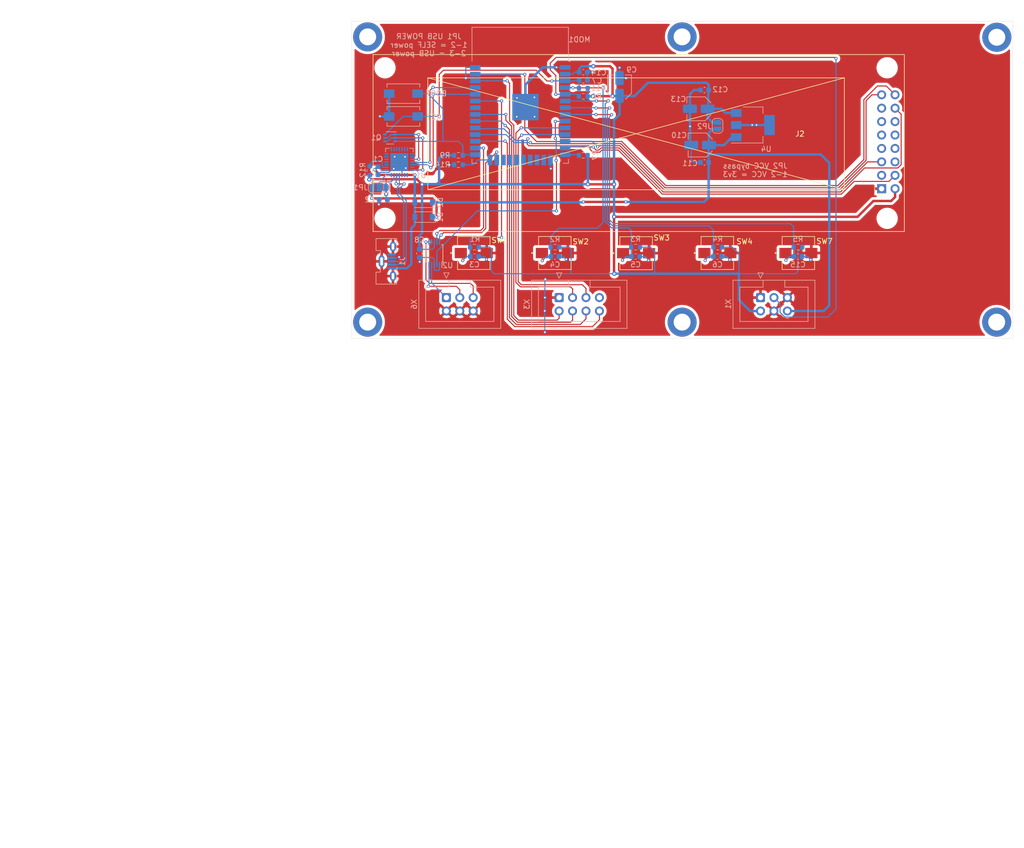
<source format=kicad_pcb>
(kicad_pcb (version 20211014) (generator pcbnew)

  (general
    (thickness 1.6)
  )

  (paper "A4")
  (layers
    (0 "F.Cu" signal)
    (31 "B.Cu" signal)
    (32 "B.Adhes" user "B.Adhesive")
    (33 "F.Adhes" user "F.Adhesive")
    (34 "B.Paste" user)
    (35 "F.Paste" user)
    (36 "B.SilkS" user "B.Silkscreen")
    (37 "F.SilkS" user "F.Silkscreen")
    (38 "B.Mask" user)
    (39 "F.Mask" user)
    (40 "Dwgs.User" user "User.Drawings")
    (41 "Cmts.User" user "User.Comments")
    (42 "Eco1.User" user "User.Eco1")
    (43 "Eco2.User" user "User.Eco2")
    (44 "Edge.Cuts" user)
    (45 "Margin" user)
    (46 "B.CrtYd" user "B.Courtyard")
    (47 "F.CrtYd" user "F.Courtyard")
    (48 "B.Fab" user)
    (49 "F.Fab" user)
  )

  (setup
    (stackup
      (layer "F.SilkS" (type "Top Silk Screen"))
      (layer "F.Paste" (type "Top Solder Paste"))
      (layer "F.Mask" (type "Top Solder Mask") (thickness 0.01))
      (layer "F.Cu" (type "copper") (thickness 0.035))
      (layer "dielectric 1" (type "core") (thickness 1.51) (material "FR4") (epsilon_r 4.5) (loss_tangent 0.02))
      (layer "B.Cu" (type "copper") (thickness 0.035))
      (layer "B.Mask" (type "Bottom Solder Mask") (thickness 0.01))
      (layer "B.Paste" (type "Bottom Solder Paste"))
      (layer "B.SilkS" (type "Bottom Silk Screen"))
      (copper_finish "None")
      (dielectric_constraints no)
    )
    (pad_to_mask_clearance 0)
    (grid_origin 151.892 61.3664)
    (pcbplotparams
      (layerselection 0x00010fc_ffffffff)
      (disableapertmacros false)
      (usegerberextensions false)
      (usegerberattributes true)
      (usegerberadvancedattributes true)
      (creategerberjobfile true)
      (svguseinch false)
      (svgprecision 6)
      (excludeedgelayer true)
      (plotframeref false)
      (viasonmask false)
      (mode 1)
      (useauxorigin false)
      (hpglpennumber 1)
      (hpglpenspeed 20)
      (hpglpendiameter 15.000000)
      (dxfpolygonmode true)
      (dxfimperialunits true)
      (dxfusepcbnewfont true)
      (psnegative false)
      (psa4output false)
      (plotreference true)
      (plotvalue true)
      (plotinvisibletext false)
      (sketchpadsonfab false)
      (subtractmaskfromsilk false)
      (outputformat 1)
      (mirror false)
      (drillshape 1)
      (scaleselection 1)
      (outputdirectory "")
    )
  )

  (net 0 "")
  (net 1 "VCC")
  (net 2 "GND")
  (net 3 "+3V3")
  (net 4 "/ESP_RST")
  (net 5 "/BTN_USR_1")
  (net 6 "/BTN_USR_2")
  (net 7 "/BTN_USR_3")
  (net 8 "/BTN_USR_4")
  (net 9 "/ERROR")
  (net 10 "unconnected-(U1-Pad1)")
  (net 11 "unconnected-(U1-Pad2)")
  (net 12 "unconnected-(U1-Pad10)")
  (net 13 "unconnected-(U1-Pad11)")
  (net 14 "unconnected-(U1-Pad12)")
  (net 15 "unconnected-(U1-Pad13)")
  (net 16 "unconnected-(U1-Pad14)")
  (net 17 "unconnected-(U1-Pad15)")
  (net 18 "unconnected-(U1-Pad16)")
  (net 19 "unconnected-(U1-Pad17)")
  (net 20 "unconnected-(U1-Pad18)")
  (net 21 "unconnected-(U1-Pad19)")
  (net 22 "unconnected-(U1-Pad20)")
  (net 23 "unconnected-(U1-Pad21)")
  (net 24 "/ESP_GPIO0")
  (net 25 "unconnected-(U1-Pad22)")
  (net 26 "unconnected-(U1-Pad23)")
  (net 27 "unconnected-(U1-Pad27)")
  (net 28 "/IN_ADC0")
  (net 29 "/I2C_SDA")
  (net 30 "/ESP_RX")
  (net 31 "/ESP_TX")
  (net 32 "/I2C_SCL")
  (net 33 "/IN_ADC1")
  (net 34 "/IN_ADC2")
  (net 35 "unconnected-(U2-Pad7)")
  (net 36 "/ADC_RDY")
  (net 37 "/BTN_USR_5")
  (net 38 "/uC04")
  (net 39 "/uC05")
  (net 40 "/uC03")
  (net 41 "/ESP_GPIO2")
  (net 42 "/uC06")
  (net 43 "/uC02")
  (net 44 "unconnected-(X3-Pad7)")
  (net 45 "VBUS")
  (net 46 "Net-(JP1-Pad2)")
  (net 47 "/DTR")
  (net 48 "/RTS")
  (net 49 "/USB_RST")
  (net 50 "/D-")
  (net 51 "/D+")
  (net 52 "+5V")
  (net 53 "unconnected-(J2-Pad3)")
  (net 54 "/OLED_MOSI")
  (net 55 "unconnected-(J2-Pad6)")
  (net 56 "unconnected-(J2-Pad7)")
  (net 57 "unconnected-(J2-Pad8)")
  (net 58 "unconnected-(J2-Pad9)")
  (net 59 "unconnected-(J2-Pad10)")
  (net 60 "unconnected-(J2-Pad11)")
  (net 61 "unconnected-(J2-Pad12)")
  (net 62 "unconnected-(J2-Pad13)")
  (net 63 "/OLED_DC")
  (net 64 "/OLED_RST")
  (net 65 "/OLED_CS")
  (net 66 "/ESP_GPIO12")
  (net 67 "/BUZZER")
  (net 68 "unconnected-(MOD1-Pad17)")
  (net 69 "unconnected-(MOD1-Pad18)")
  (net 70 "unconnected-(MOD1-Pad19)")
  (net 71 "unconnected-(MOD1-Pad20)")
  (net 72 "unconnected-(MOD1-Pad21)")
  (net 73 "unconnected-(MOD1-Pad22)")
  (net 74 "/OLED_SCK")
  (net 75 "/uC01")
  (net 76 "unconnected-(MOD1-Pad32)")

  (footprint "Button_Switch_SMD:SW_SPST_ALPS_SKPMAME010" (layer "F.Cu") (at 93.9546 109.8296))

  (footprint "MountingHole:MountingHole_3.2mm_M3_ISO14580_Pad" (layer "F.Cu") (at 58.547 68.9102))

  (footprint "MountingHole:MountingHole_3.2mm_M3_ISO14580_Pad" (layer "F.Cu") (at 177.5714 68.9864))

  (footprint "MountingHole:MountingHole_3.2mm_M3_ISO14580_Pad" (layer "F.Cu") (at 177.546 122.9106))

  (footprint "Button_Switch_SMD:SW_SPST_ALPS_SKPMAME010" (layer "F.Cu") (at 109.333893 109.855))

  (footprint "Button_Switch_SMD:SW_SPST_ALPS_SKPMAME010" (layer "F.Cu") (at 140.0302 109.8296))

  (footprint "Button_Switch_SMD:SW_SPST_ALPS_SKPMAME010" (layer "F.Cu") (at 124.700893 109.8296))

  (footprint "MountingHole:MountingHole_3.2mm_M3_ISO14580_Pad" (layer "F.Cu") (at 58.547 122.9106))

  (footprint "Button_Switch_SMD:SW_SPST_ALPS_SKPMAME010" (layer "F.Cu") (at 78.613 109.8296))

  (footprint "MountingHole:MountingHole_3.2mm_M3_ISO14580_Pad" (layer "F.Cu") (at 118.0338 122.9106))

  (footprint "MountingHole:MountingHole_3.2mm_M3_ISO14580_Pad" (layer "F.Cu") (at 118.0338 68.9102))

  (footprint "Display:OLED_SSD1322_NHD_256X64" (layer "F.Cu") (at 160.0708 72.263))

  (footprint "Capacitor_SMD:C_0603_1608Metric" (layer "B.Cu") (at 68.3514 109.8934 -90))

  (footprint "Capacitor_SMD:C_0603_1608Metric" (layer "B.Cu") (at 109.22 110.49 180))

  (footprint "Capacitor_SMD:C_0603_1608Metric" (layer "B.Cu") (at 60.5028 94.234 -90))

  (footprint "Resistor_SMD:R_0603_1608Metric" (layer "B.Cu") (at 99.3394 91.3384))

  (footprint "Diode_SMD:D_SOD-123" (layer "B.Cu") (at 69.1134 100.2284 180))

  (footprint "Connector_IDC:IDC-Header_2x04_P2.54mm_Vertical" (layer "B.Cu") (at 94.7674 118.2624 -90))

  (footprint "Capacitor_SMD:C_0603_1608Metric" (layer "B.Cu") (at 139.954 110.49 180))

  (footprint "Resistor_SMD:R_0603_1608Metric" (layer "B.Cu") (at 93.98 108.712 180))

  (footprint "Capacitor_SMD:C_0603_1608Metric" (layer "B.Cu") (at 124.714 110.49 180))

  (footprint "Package_SO:TSSOP-10_3x3mm_P0.5mm" (layer "B.Cu") (at 71.1454 109.8804 90))

  (footprint "Capacitor_SMD:C_Elec_4x5.4" (layer "B.Cu") (at 121.1834 82.5246 180))

  (footprint "Diode_SMD:D_SOD-123" (layer "B.Cu") (at 69.1134 103.0224 180))

  (footprint "Resistor_SMD:R_0603_1608Metric" (layer "B.Cu") (at 109.22 108.712 180))

  (footprint "Jumper:SolderJumper-2_P1.3mm_Open_RoundedPad1.0x1.5mm" (layer "B.Cu") (at 124.7394 85.7504 90))

  (footprint "Connector_IDC:IDC-Header_2x03_P2.54mm_Vertical" (layer "B.Cu") (at 132.8674 118.2624 -90))

  (footprint "Resistor_SMD:R_0603_1608Metric" (layer "B.Cu") (at 99.3394 78.6384))

  (footprint "Capacitor_SMD:C_0603_1608Metric" (layer "B.Cu") (at 99.3394 77.1144))

  (footprint "Capacitor_SMD:C_0603_1608Metric" (layer "B.Cu") (at 93.967 110.49 180))

  (footprint "Resistor_SMD:R_0603_1608Metric" (layer "B.Cu") (at 99.3394 80.1624 180))

  (footprint "Capacitor_SMD:C_Elec_4x5.4" (layer "B.Cu") (at 106.1974 78.3844 90))

  (footprint "Resistor_SMD:R_0603_1608Metric" (layer "B.Cu") (at 58.928 94.234 -90))

  (footprint "Connector_IDC:IDC-Header_2x03_P2.54mm_Vertical" (layer "B.Cu") (at 73.4314 118.2624 -90))

  (footprint "Resistor_SMD:R_0603_1608Metric" (layer "B.Cu") (at 139.954 108.712 180))

  (footprint "Package_DFN_QFN:QFN-28-1EP_5x5mm_P0.5mm_EP3.35x3.35mm" (layer "B.Cu") (at 64.5414 92.6084 90))

  (footprint "Resistor_SMD:R_0603_1608Metric" (layer "B.Cu") (at 78.74 108.712 180))

  (footprint "Capacitor_SMD:C_0603_1608Metric" (layer "B.Cu") (at 61.4934 99.7204 180))

  (footprint "Connector_USB:USB_Micro-B_Molex-105133-0031" (layer "B.Cu") (at 62.2554 111.4044 90))

  (footprint "Capacitor_SMD:C_0603_1608Metric" (layer "B.Cu") (at 122.2756 92.6846 180))

  (footprint "Button_Switch_SMD:SW_SPST_EVQPE1" (layer "B.Cu") (at 65.3034 79.6544 180))

  (footprint "Resistor_SMD:R_0603_1608Metric" (layer "B.Cu") (at 124.7648 108.712 180))

  (footprint "Jumper:SolderJumper-3_P1.3mm_Open_RoundedPad1.0x1.5mm" (layer "B.Cu") (at 60.7314 97.4344))

  (footprint "Package_TO_SOT_SMD:SOT-363_SC-70-6" (layer "B.Cu") (at 62.7634 88.0364 180))

  (footprint "Capacitor_SMD:C_0603_1608Metric" (layer "B.Cu") (at 99.3394 75.5904))

  (footprint "Button_Switch_SMD:SW_SPST_EVQPE1" (layer "B.Cu") (at 65.3034 83.9724 180))

  (footprint "Resistor_SMD:R_0603_1608Metric" (layer "B.Cu") (at 75.7174 93.1164))

  (footprint "Package_TO_SOT_SMD:SOT-223-3_TabPin2" (layer "B.Cu") (at 131.4196 85.598))

  (footprint "Resistor_SMD:R_0603_1608Metric" (layer "B.Cu") (at 75.7174 91.3384 180))

  (footprint "RF_Module:ESP32-WROOM-32" locked (layer "B.Cu")
    (tedit 5B5B4654) (tstamp e03f82b5-d29f-4a54-bd29-7ec329714377)
    (at 87.4014 82.9564 180)
    (descr "Single 2.4 GHz Wi-Fi and Bluetooth combo chip https://www.espressif.com/sites/default/files/documentation/esp32-wroom-32_datasheet_en.pdf")
    (tags "Single 2.4 GHz Wi-Fi and Bluetooth combo  chip")
    (property "Category" "RF/IF and RFID")
    (property "Description" "SMD MODULE, ESP32-D0WDQ6, 32MBIT")
    (property "Digi-Key_PN" "1904-1010-1-ND")
    (property "Family" "RF Transceiver Modules")
    (property "MPN" "ESP32-WROOM-32")
    (property "Manufacturer" "Espressif Systems")
    (property "Sheetfile" "MiliOhmMeter.kicad_sch")
    (property "Sheetname" "")
    (property "Status" "Active")
    (path "/00000000-0000-0000-0000-000060c7d848")
    (attr smd)
    (fp_text reference "MOD1" (at -11.2014 13.5382 180) (layer "B.SilkS")
      (effects (font (size 1 1) (thickness 0.15)) (justify mirror))
      (tstamp 6c738b90-c565-4419-b3f8-c71fa068a959)
    )
    (fp_text value "ESP32-WROOM-32" (at 0 -11.5) (layer "B.Fab")
      (effects (font (size 1 1) (thickness 0.15)) (justify mirror))
      (tstamp 28d92791-e03b-49b7-ab76-0b79e48b37f2)
    )
    (fp_text user "5 mm" (at -11.2 14.375) (layer "Cmts.User")
      (effects (font (size 0.5 0.5) (thickness 0.1)))
      (tstamp 05c22087-f0be-4bf7-8f3e-adf8b92618f3)
    )
    (fp_text user "5 mm" (at 11.8 14.375) (layer "Cmts.User")
      (effects (font (size 0.5 0.5) (thickness 0.1)))
      (tstamp 0921480b-e7e1-4782-984d-ad572d0bd06d)
    )
    (fp_text user "Antenna" (at 0 13) (layer "Cmts.User")
      (effects (font (size 1 1) (thickness 0.15)))
      (tstamp 56086fe7-0902-4658-b0a4-79735d2ffe07)
    )
    (fp_text user "5 mm" (at 7.8 19.075 90) (layer "Cmts.User")
      (effects (font (size 0.5 0.5) (thickness 0.1)))
      (tstamp 67d3073d-728e-4b1f-baea-18126e875c69)
    )
    (fp_text user "KEEP-OUT ZONE" (at 0 19) (layer "Cmts.User")
      (effects (font (size 1 1) (thickness 0.15)))
      (tstamp ce23cc72-5707-44ff-8a4f-1512c28ca602)
    )
    (fp_text user "${REFERENCE}" (at 0 0) (layer "B.Fab")
      (effects (font (size 1 1) (thickness 0.15)) (justify mirror))
      (tstamp 8d0a76cc-088b-43e1-8221-4386c21d6714)
    )
    (fp_line (start 9.12 15.865) (end 9.12 9.445) (layer "B.SilkS") (width 0.12) (tstamp 0f48ce51-54c7-452d-ac75-94d6544a8366))
    (fp_line (start -9.12 -9.88) (end -8.12 -9.88) (layer "B.SilkS") (width 0.12) (tstamp 3321feb0-e25c-48f1-b417-843cc0d0fc5d))
    (fp_line (start 9.12 -9.1) (end 9.12 -9.88) (layer "B.SilkS") (width 0.12) (tstamp 4da90392-9abe-4f25-8e93-b99f82b4cd11))
    (fp_line (start -9.12 9.445) (end -9.5 9.445) (layer "B.SilkS") (width 0.12) (tstamp 8fd2453d-9dcb-42d4-be0e-4e17cf094c8a))
    (fp_line (start -9.12 15.865) (end -9.12 9.445) (layer "B.SilkS") (width 0.12) (tstamp 9ccfc048-c173-4d7a-87df-a5bbf084e037))
    (fp_line (start -9.12 -9.1) (end -9.12 -9.88) (layer "B.SilkS") (width 0.12) (tstamp 9e10d7da-7e44-4b95-bd4e-24e1819e2ea4))
    (fp_line (start 9.12 -9.88) (end 8.12 -9.88) (layer "B.SilkS") (width 0.12) (tstamp cd55b841-2296-4335-a3ea-682be03a5e4c))
    (fp_line (start -9.12 15.865) (end 9.12 15.865) (layer "B.SilkS") (width 0.12) (tstamp f089a10f-ab92-4d91-a95d-8c34b6800ca6))
    (fp_line (start -2.525 20.75) (end -14 11.585) (layer "Dwgs.User") (width 0.1) (tstamp 008d03ef-d971-462c-bfb3-7aa302eab0fd))
    (fp_line (start 3.475 20.75) (end -10 9.97) (layer "Dwgs.User") (width 0.1) (tstamp 02a08a24-751b-4ad4-b6b1-621603af88cc))
    (fp_line (start 7.475 20.75) (end -6 9.97) (layer "Dwgs.User") (width 0.1) (tstamp 14c81335-0c58-4658-9c8b-2f95a43c42a1))
    (fp_line (start -4.525 20.75) (end -14 13.2) (layer "Dwgs.User") (width 0.1) (tstamp 1b2afd57-d1a0-4fee-a173-2bd4ec4407d2))
    (fp_line (start -14 9.97) (end -14 20.75) (layer "Dwgs.User") (width 0.1) (tstamp 209b39ed-1521-46f3-985b-6f682af8a636))
    (fp_line (start 14 14.815) (end 8 9.97) (layer "Dwgs.User") (width 0.1) (tstamp 23b01e04-7511-4c52-80ed-871675300ee9))
    (fp_line (start 14 16.43) (end 6 9.97) (layer "Dwgs.User") (width 0.1) (tstamp 2ff20828-bd59-4b9f-96ee-57d97ba845ab))
    (fp_line (start 11.475 20.75) (end -2 9.97) (layer "Dwgs.User") (width 0.1) (tstamp 35301f71-3327-4814-addd-6803f155857b))
    (fp_line (start -8 9.97) (end 5.475 20.75) (layer "Dwgs.User") (width 0.1) (tstamp 3becf58c-a2dc-4ce5-84ad-69a317032a70))
    (fp_line (start 13.475 20.75) (end 0 9.97) (layer "Dwgs.User") (width 0.1) (tstamp 4770ef60-21bb-4d72-93b1-855cef6e8fb9))
    (fp_line (start -8.525 20.75) (end -14 16.43) (layer "Dwgs.User") (width 0.1) (tstamp 48ffa39d-adda-4d9d-99bf-b54fa3fc4beb))
    (fp_line (start -6.525 20.75) (end -14 14.815) (layer "Dwgs.User") (width 0.1) (tstamp 63420c3c-6801-4759-a776-ff81ba2f37e9))
    (fp_line (start -0.525 20.75) (end -14 9.97) (layer "Dwgs.User") (width 0.1) (tstamp 756c320d-1757-4c24-8d25-eea4479fc01c))
    (fp_line (start 9.475 20.75) (end -4 9.97) (layer "Dwgs.User") (width 0.1) (tstamp 7ac680eb-02c3-488d-9052-a4bda05e99dd))
    (fp_line (start 14 11.585) (end 12 9.97) (layer "Dwgs.User") (width 0.1) (tstamp 9c6faf73-17a6-4de9-87e9-d629e939d419))
    (fp_line (start 14 9.97) (end 14 20.75) (layer "Dwgs.User") (width 0.1) (tstamp 9cf208e8-00e0-47b5-9285-5ce79e785d0c))
    (fp_line (start 14 19.66) (end 2 9.97) (layer "Dwgs.User") (width 0.1) (tstamp 9ef2c0bd-0176-4f0e-b213-c48663ceb734))
    (fp_line (start 14 20.75) (end -14 20.75) (layer "Dwgs.User") (width 0.1) (tstamp aaf5283a-c22d-4b03-a805-070b14b8cb76))
    (fp_line (start 1.475 20.75) (end -12 9.97) (layer "Dwgs.User") (width 0.1) (tstamp b49f564c-98fb-412a-addf-30790a07cc53))
    (fp_line (start 14 9.97) (end -14 9.97) (layer "Dwgs.User") (width 0.1) (tstamp d65ba292-b268-42a5-a061-0e88d0182625))
    (fp_line (start 14 18.045) (end 4 9.97) (layer "Dwgs.User") (width 0.1) (tstamp dddee525-5a91-4e7c-9753-319ed47ddcc0))
    (fp_line (start 14 13.2) (end 10 9.97) (layer "Dwgs.User") (width 0.1) (tstamp e3554aeb-1af0-4b08-aab1-14040d5a9b31))
    (fp_line (start -12.525 20.75) (end -14 19.66) (layer "Dwgs.User") (width 0.1) (tstamp ed9a64cc-5a83-4784-ba3a-2dba88b6189e))
    (fp_line (start -10.525 20.75) (end -14 18.045) (layer "Dwgs.User") (width 0.1) (tstamp ff3830f5-f41b-4bb1-9176-67fcf6208e3c))
    (fp_line (start -9.2 13.875) (end -9.4 13.675) (layer "Cmts.User") (width 0.1) (tstamp 0fb612b6-d118-463f-8273-72d16ac7c8f3))
    (fp_line (start 9.2 13.875) (end 13.8 13.875) (layer "Cmts.User") (width 0.1) (tstamp 207c4811-314a-47bb-ae18-2f9379831b81))
    (fp_line (start 8.4 20.6) (end 8.2 20.4) (layer "Cmts.User") (width 0.1) (tstamp 241d45c3-e292-4286-88e2-648d09936352))
    (fp_line (start 9.2 13.875) (end 9.4 14.075) (layer "Cmts.User") (width 0.1) (tstamp 3825ef5a-9c20-4da1-b237-0d7cce88677d))
    (fp_line (start -13.8 13.875) (end -13.6 13.675) (layer "Cmts.User") (width 0.1) (tstamp 42f5b5b4-dd5c-4778-98da-3fe6b6b36b6c))
    (fp_line (start 13.8 13.875) (end 13.6 14.075) (layer "Cmts.User") (width 0.1) (tstamp 524dfc74-a6ca-4f47-b1c4-8c830a3897c9))
    (fp_line (start 9.2 13.875) (end 9.4 13.675) (layer "Cmts.User") (width 0.1) (tstamp 543ccabc-4148-495e-bbf3-b3f2d2fb3d9e))
    (fp_line (start 13.8 13.875) (end 13.6 13.675) (layer "Cmts.User") (width 0.1) (tstamp 789fde59-6346-41c4-8bdd-f9aa5fd7f3db))
    (fp_line (start 8.4 16) (end 8.4 20.6) (layer "Cmts.User") (width 0.1) (tstamp 89e85ee3-bf08-4d94-97ac-77b0e3f043c9))
    (fp_line (start 8.4 16) (end 8.6 16.2) (layer "Cmts.User") (width 0.1) (tstamp a001f9b3-d55c-45e5-82b3-54c3c57f50f4))
    (fp_line (start -13.8 13.875) (end -9.2 13.875) (layer "Cmts.User") (width 0.1) (tstamp a12176d4-cccd-4936-bd41-2b7cdce20b70))
    (fp_line (start -9.2 13.875) (end -9.4 14.075) (layer "Cmts.User") (width 0.1) (tstamp c93092f3-ad93-4616-a7d6-461e3ba02b31))
    (fp_line (start 8.4 16) (end 8.2 16.2) (layer "Cmts.User") (width 0.1) (tstamp cc4f0b33-ccfd-419b-9659-a88488fda9d5))
    (fp_line (start -13.8 13.875) (end -13.6 14.075) (layer "Cmts.User") (width 0.1) (tstamp cef8d6fd-fad1-4b1e-bfe8-44b8b9fd4ec5))
    (fp_line (start 8.4 20.6) (end 8.6 20.4) (layer "Cmts.User") (width 0.1) (tstamp d5ed5e46-d54a-447d-9f4b-f0768c1fbc9a))
    (fp_line (start 14.25 21) (end 14.25 9.72) (layer "B.CrtYd") (width 0.05) (tstamp 5d68a8ff-55d9-4830-83f9-f4b7757ac472))
    (fp_line (start 9.75 9.72) (end 9.75 -10.5) (layer "B.CrtYd") (width 0.05) (tstamp 796bef76-e3f5-4a70-97dd-552267ab0501))
    (fp_line (start -14.25 21) (end -14.25 9.72) (layer "B.CrtYd") (width 0.05) (tstamp b4ea3746-4064-4172-90ab-a704cbf264c0))
    (fp_line (start -14.25 9.72) (end -9.75 9.72) (layer "B.CrtYd") (width 0.05) (tstamp d0466e0e-cadf-4a3c-8fd2-67cf9aa3b05b))
    (fp_line (start 9.75 9.72) (end 14.25 9.72) (layer "B.CrtYd") (width 0.05) (tstamp d2f1a85c-c11c-4951-ac13-658331a3afc4))
    (fp_line (start -9.
... [456064 chars truncated]
</source>
